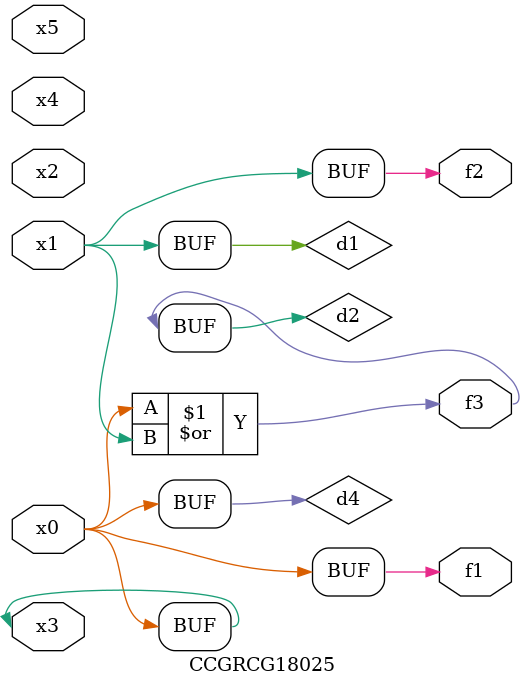
<source format=v>
module CCGRCG18025(
	input x0, x1, x2, x3, x4, x5,
	output f1, f2, f3
);

	wire d1, d2, d3, d4;

	and (d1, x1);
	or (d2, x0, x1);
	nand (d3, x0, x5);
	buf (d4, x0, x3);
	assign f1 = d4;
	assign f2 = d1;
	assign f3 = d2;
endmodule

</source>
